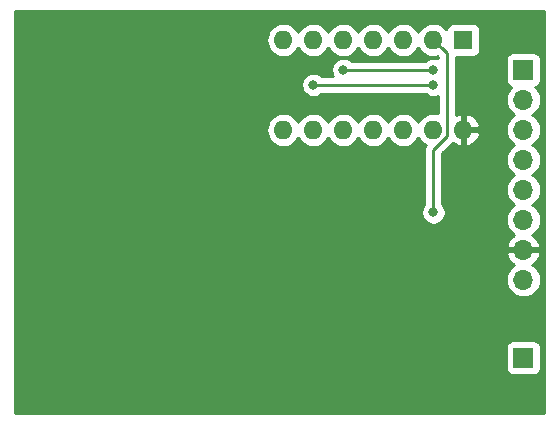
<source format=gbr>
G04 #@! TF.GenerationSoftware,KiCad,Pcbnew,5.1.4*
G04 #@! TF.CreationDate,2019-09-02T21:27:03+02:00*
G04 #@! TF.ProjectId,LORA_ATTINY84,4c4f5241-5f41-4545-9449-4e5938342e6b,rev?*
G04 #@! TF.SameCoordinates,Original*
G04 #@! TF.FileFunction,Copper,L2,Bot*
G04 #@! TF.FilePolarity,Positive*
%FSLAX46Y46*%
G04 Gerber Fmt 4.6, Leading zero omitted, Abs format (unit mm)*
G04 Created by KiCad (PCBNEW 5.1.4) date 2019-09-02 21:27:03*
%MOMM*%
%LPD*%
G04 APERTURE LIST*
%ADD10R,1.700000X1.700000*%
%ADD11O,1.700000X1.700000*%
%ADD12O,1.600000X1.600000*%
%ADD13R,1.600000X1.600000*%
%ADD14C,0.800000*%
%ADD15C,0.250000*%
%ADD16C,0.254000*%
G04 APERTURE END LIST*
D10*
X89535000Y-48895000D03*
D11*
X89535000Y-51435000D03*
X89535000Y-53975000D03*
X89535000Y-56515000D03*
X89535000Y-59055000D03*
X89535000Y-61595000D03*
X89535000Y-64135000D03*
X89535000Y-66675000D03*
D12*
X84455000Y-53975000D03*
X69215000Y-46355000D03*
X81915000Y-53975000D03*
X71755000Y-46355000D03*
X79375000Y-53975000D03*
X74295000Y-46355000D03*
X76835000Y-53975000D03*
X76835000Y-46355000D03*
X74295000Y-53975000D03*
X79375000Y-46355000D03*
X71755000Y-53975000D03*
X81915000Y-46355000D03*
X69215000Y-53975000D03*
D13*
X84455000Y-46355000D03*
D10*
X89535000Y-73279000D03*
D14*
X69850000Y-59690000D03*
X69850000Y-73660000D03*
X83185000Y-71755000D03*
X56515000Y-52705000D03*
X74295000Y-48895000D03*
X81915000Y-48895000D03*
X71755000Y-50165000D03*
X81915000Y-50165000D03*
X81915000Y-60960000D03*
D15*
X74295000Y-48895000D02*
X81915000Y-48895000D01*
X71755000Y-50165000D02*
X81915000Y-50165000D01*
X82714999Y-47154999D02*
X81915000Y-46355000D01*
X83040001Y-47480001D02*
X82714999Y-47154999D01*
X83040001Y-54515001D02*
X83040001Y-47480001D01*
X81915000Y-55640002D02*
X83040001Y-54515001D01*
X81915000Y-60960000D02*
X81915000Y-55640002D01*
D16*
G36*
X91313000Y-77978000D02*
G01*
X46482000Y-77978000D01*
X46482000Y-72429000D01*
X88046928Y-72429000D01*
X88046928Y-74129000D01*
X88059188Y-74253482D01*
X88095498Y-74373180D01*
X88154463Y-74483494D01*
X88233815Y-74580185D01*
X88330506Y-74659537D01*
X88440820Y-74718502D01*
X88560518Y-74754812D01*
X88685000Y-74767072D01*
X90385000Y-74767072D01*
X90509482Y-74754812D01*
X90629180Y-74718502D01*
X90739494Y-74659537D01*
X90836185Y-74580185D01*
X90915537Y-74483494D01*
X90974502Y-74373180D01*
X91010812Y-74253482D01*
X91023072Y-74129000D01*
X91023072Y-72429000D01*
X91010812Y-72304518D01*
X90974502Y-72184820D01*
X90915537Y-72074506D01*
X90836185Y-71977815D01*
X90739494Y-71898463D01*
X90629180Y-71839498D01*
X90509482Y-71803188D01*
X90385000Y-71790928D01*
X88685000Y-71790928D01*
X88560518Y-71803188D01*
X88440820Y-71839498D01*
X88330506Y-71898463D01*
X88233815Y-71977815D01*
X88154463Y-72074506D01*
X88095498Y-72184820D01*
X88059188Y-72304518D01*
X88046928Y-72429000D01*
X46482000Y-72429000D01*
X46482000Y-66675000D01*
X88042815Y-66675000D01*
X88071487Y-66966111D01*
X88156401Y-67246034D01*
X88294294Y-67504014D01*
X88479866Y-67730134D01*
X88705986Y-67915706D01*
X88963966Y-68053599D01*
X89243889Y-68138513D01*
X89462050Y-68160000D01*
X89607950Y-68160000D01*
X89826111Y-68138513D01*
X90106034Y-68053599D01*
X90364014Y-67915706D01*
X90590134Y-67730134D01*
X90775706Y-67504014D01*
X90913599Y-67246034D01*
X90998513Y-66966111D01*
X91027185Y-66675000D01*
X90998513Y-66383889D01*
X90913599Y-66103966D01*
X90775706Y-65845986D01*
X90590134Y-65619866D01*
X90364014Y-65434294D01*
X90299477Y-65399799D01*
X90416355Y-65330178D01*
X90632588Y-65135269D01*
X90806641Y-64901920D01*
X90931825Y-64639099D01*
X90976476Y-64491890D01*
X90855155Y-64262000D01*
X89662000Y-64262000D01*
X89662000Y-64282000D01*
X89408000Y-64282000D01*
X89408000Y-64262000D01*
X88214845Y-64262000D01*
X88093524Y-64491890D01*
X88138175Y-64639099D01*
X88263359Y-64901920D01*
X88437412Y-65135269D01*
X88653645Y-65330178D01*
X88770523Y-65399799D01*
X88705986Y-65434294D01*
X88479866Y-65619866D01*
X88294294Y-65845986D01*
X88156401Y-66103966D01*
X88071487Y-66383889D01*
X88042815Y-66675000D01*
X46482000Y-66675000D01*
X46482000Y-46355000D01*
X67773057Y-46355000D01*
X67800764Y-46636309D01*
X67882818Y-46906808D01*
X68016068Y-47156101D01*
X68195392Y-47374608D01*
X68413899Y-47553932D01*
X68663192Y-47687182D01*
X68933691Y-47769236D01*
X69144508Y-47790000D01*
X69285492Y-47790000D01*
X69496309Y-47769236D01*
X69766808Y-47687182D01*
X70016101Y-47553932D01*
X70234608Y-47374608D01*
X70413932Y-47156101D01*
X70485000Y-47023142D01*
X70556068Y-47156101D01*
X70735392Y-47374608D01*
X70953899Y-47553932D01*
X71203192Y-47687182D01*
X71473691Y-47769236D01*
X71684508Y-47790000D01*
X71825492Y-47790000D01*
X72036309Y-47769236D01*
X72306808Y-47687182D01*
X72556101Y-47553932D01*
X72774608Y-47374608D01*
X72953932Y-47156101D01*
X73025000Y-47023142D01*
X73096068Y-47156101D01*
X73275392Y-47374608D01*
X73493899Y-47553932D01*
X73743192Y-47687182D01*
X74013691Y-47769236D01*
X74224508Y-47790000D01*
X74365492Y-47790000D01*
X74576309Y-47769236D01*
X74846808Y-47687182D01*
X75096101Y-47553932D01*
X75314608Y-47374608D01*
X75493932Y-47156101D01*
X75565000Y-47023142D01*
X75636068Y-47156101D01*
X75815392Y-47374608D01*
X76033899Y-47553932D01*
X76283192Y-47687182D01*
X76553691Y-47769236D01*
X76764508Y-47790000D01*
X76905492Y-47790000D01*
X77116309Y-47769236D01*
X77386808Y-47687182D01*
X77636101Y-47553932D01*
X77854608Y-47374608D01*
X78033932Y-47156101D01*
X78105000Y-47023142D01*
X78176068Y-47156101D01*
X78355392Y-47374608D01*
X78573899Y-47553932D01*
X78823192Y-47687182D01*
X79093691Y-47769236D01*
X79304508Y-47790000D01*
X79445492Y-47790000D01*
X79656309Y-47769236D01*
X79926808Y-47687182D01*
X80176101Y-47553932D01*
X80394608Y-47374608D01*
X80573932Y-47156101D01*
X80645000Y-47023142D01*
X80716068Y-47156101D01*
X80895392Y-47374608D01*
X81113899Y-47553932D01*
X81363192Y-47687182D01*
X81633691Y-47769236D01*
X81844508Y-47790000D01*
X81985492Y-47790000D01*
X82196309Y-47769236D01*
X82240907Y-47755708D01*
X82280002Y-47794803D01*
X82280002Y-47925913D01*
X82216898Y-47899774D01*
X82016939Y-47860000D01*
X81813061Y-47860000D01*
X81613102Y-47899774D01*
X81424744Y-47977795D01*
X81255226Y-48091063D01*
X81211289Y-48135000D01*
X74998711Y-48135000D01*
X74954774Y-48091063D01*
X74785256Y-47977795D01*
X74596898Y-47899774D01*
X74396939Y-47860000D01*
X74193061Y-47860000D01*
X73993102Y-47899774D01*
X73804744Y-47977795D01*
X73635226Y-48091063D01*
X73491063Y-48235226D01*
X73377795Y-48404744D01*
X73299774Y-48593102D01*
X73260000Y-48793061D01*
X73260000Y-48996939D01*
X73299774Y-49196898D01*
X73377795Y-49385256D01*
X73390987Y-49405000D01*
X72458711Y-49405000D01*
X72414774Y-49361063D01*
X72245256Y-49247795D01*
X72056898Y-49169774D01*
X71856939Y-49130000D01*
X71653061Y-49130000D01*
X71453102Y-49169774D01*
X71264744Y-49247795D01*
X71095226Y-49361063D01*
X70951063Y-49505226D01*
X70837795Y-49674744D01*
X70759774Y-49863102D01*
X70720000Y-50063061D01*
X70720000Y-50266939D01*
X70759774Y-50466898D01*
X70837795Y-50655256D01*
X70951063Y-50824774D01*
X71095226Y-50968937D01*
X71264744Y-51082205D01*
X71453102Y-51160226D01*
X71653061Y-51200000D01*
X71856939Y-51200000D01*
X72056898Y-51160226D01*
X72245256Y-51082205D01*
X72414774Y-50968937D01*
X72458711Y-50925000D01*
X81211289Y-50925000D01*
X81255226Y-50968937D01*
X81424744Y-51082205D01*
X81613102Y-51160226D01*
X81813061Y-51200000D01*
X82016939Y-51200000D01*
X82216898Y-51160226D01*
X82280001Y-51134087D01*
X82280001Y-52586151D01*
X82196309Y-52560764D01*
X81985492Y-52540000D01*
X81844508Y-52540000D01*
X81633691Y-52560764D01*
X81363192Y-52642818D01*
X81113899Y-52776068D01*
X80895392Y-52955392D01*
X80716068Y-53173899D01*
X80645000Y-53306858D01*
X80573932Y-53173899D01*
X80394608Y-52955392D01*
X80176101Y-52776068D01*
X79926808Y-52642818D01*
X79656309Y-52560764D01*
X79445492Y-52540000D01*
X79304508Y-52540000D01*
X79093691Y-52560764D01*
X78823192Y-52642818D01*
X78573899Y-52776068D01*
X78355392Y-52955392D01*
X78176068Y-53173899D01*
X78105000Y-53306858D01*
X78033932Y-53173899D01*
X77854608Y-52955392D01*
X77636101Y-52776068D01*
X77386808Y-52642818D01*
X77116309Y-52560764D01*
X76905492Y-52540000D01*
X76764508Y-52540000D01*
X76553691Y-52560764D01*
X76283192Y-52642818D01*
X76033899Y-52776068D01*
X75815392Y-52955392D01*
X75636068Y-53173899D01*
X75565000Y-53306858D01*
X75493932Y-53173899D01*
X75314608Y-52955392D01*
X75096101Y-52776068D01*
X74846808Y-52642818D01*
X74576309Y-52560764D01*
X74365492Y-52540000D01*
X74224508Y-52540000D01*
X74013691Y-52560764D01*
X73743192Y-52642818D01*
X73493899Y-52776068D01*
X73275392Y-52955392D01*
X73096068Y-53173899D01*
X73025000Y-53306858D01*
X72953932Y-53173899D01*
X72774608Y-52955392D01*
X72556101Y-52776068D01*
X72306808Y-52642818D01*
X72036309Y-52560764D01*
X71825492Y-52540000D01*
X71684508Y-52540000D01*
X71473691Y-52560764D01*
X71203192Y-52642818D01*
X70953899Y-52776068D01*
X70735392Y-52955392D01*
X70556068Y-53173899D01*
X70485000Y-53306858D01*
X70413932Y-53173899D01*
X70234608Y-52955392D01*
X70016101Y-52776068D01*
X69766808Y-52642818D01*
X69496309Y-52560764D01*
X69285492Y-52540000D01*
X69144508Y-52540000D01*
X68933691Y-52560764D01*
X68663192Y-52642818D01*
X68413899Y-52776068D01*
X68195392Y-52955392D01*
X68016068Y-53173899D01*
X67882818Y-53423192D01*
X67800764Y-53693691D01*
X67773057Y-53975000D01*
X67800764Y-54256309D01*
X67882818Y-54526808D01*
X68016068Y-54776101D01*
X68195392Y-54994608D01*
X68413899Y-55173932D01*
X68663192Y-55307182D01*
X68933691Y-55389236D01*
X69144508Y-55410000D01*
X69285492Y-55410000D01*
X69496309Y-55389236D01*
X69766808Y-55307182D01*
X70016101Y-55173932D01*
X70234608Y-54994608D01*
X70413932Y-54776101D01*
X70485000Y-54643142D01*
X70556068Y-54776101D01*
X70735392Y-54994608D01*
X70953899Y-55173932D01*
X71203192Y-55307182D01*
X71473691Y-55389236D01*
X71684508Y-55410000D01*
X71825492Y-55410000D01*
X72036309Y-55389236D01*
X72306808Y-55307182D01*
X72556101Y-55173932D01*
X72774608Y-54994608D01*
X72953932Y-54776101D01*
X73025000Y-54643142D01*
X73096068Y-54776101D01*
X73275392Y-54994608D01*
X73493899Y-55173932D01*
X73743192Y-55307182D01*
X74013691Y-55389236D01*
X74224508Y-55410000D01*
X74365492Y-55410000D01*
X74576309Y-55389236D01*
X74846808Y-55307182D01*
X75096101Y-55173932D01*
X75314608Y-54994608D01*
X75493932Y-54776101D01*
X75565000Y-54643142D01*
X75636068Y-54776101D01*
X75815392Y-54994608D01*
X76033899Y-55173932D01*
X76283192Y-55307182D01*
X76553691Y-55389236D01*
X76764508Y-55410000D01*
X76905492Y-55410000D01*
X77116309Y-55389236D01*
X77386808Y-55307182D01*
X77636101Y-55173932D01*
X77854608Y-54994608D01*
X78033932Y-54776101D01*
X78105000Y-54643142D01*
X78176068Y-54776101D01*
X78355392Y-54994608D01*
X78573899Y-55173932D01*
X78823192Y-55307182D01*
X79093691Y-55389236D01*
X79304508Y-55410000D01*
X79445492Y-55410000D01*
X79656309Y-55389236D01*
X79926808Y-55307182D01*
X80176101Y-55173932D01*
X80394608Y-54994608D01*
X80573932Y-54776101D01*
X80645000Y-54643142D01*
X80716068Y-54776101D01*
X80895392Y-54994608D01*
X81113899Y-55173932D01*
X81260485Y-55252284D01*
X81209454Y-55347756D01*
X81181924Y-55438513D01*
X81175407Y-55460000D01*
X81165998Y-55491017D01*
X81151324Y-55640002D01*
X81155001Y-55677334D01*
X81155000Y-60256289D01*
X81111063Y-60300226D01*
X80997795Y-60469744D01*
X80919774Y-60658102D01*
X80880000Y-60858061D01*
X80880000Y-61061939D01*
X80919774Y-61261898D01*
X80997795Y-61450256D01*
X81111063Y-61619774D01*
X81255226Y-61763937D01*
X81424744Y-61877205D01*
X81613102Y-61955226D01*
X81813061Y-61995000D01*
X82016939Y-61995000D01*
X82216898Y-61955226D01*
X82405256Y-61877205D01*
X82574774Y-61763937D01*
X82718937Y-61619774D01*
X82832205Y-61450256D01*
X82910226Y-61261898D01*
X82950000Y-61061939D01*
X82950000Y-60858061D01*
X82910226Y-60658102D01*
X82832205Y-60469744D01*
X82718937Y-60300226D01*
X82675000Y-60256289D01*
X82675000Y-55954803D01*
X83548843Y-55080961D01*
X83717580Y-55206037D01*
X83971913Y-55326246D01*
X84105961Y-55366904D01*
X84328000Y-55244915D01*
X84328000Y-54102000D01*
X84582000Y-54102000D01*
X84582000Y-55244915D01*
X84804039Y-55366904D01*
X84938087Y-55326246D01*
X85192420Y-55206037D01*
X85418414Y-55038519D01*
X85607385Y-54830131D01*
X85752070Y-54588881D01*
X85846909Y-54324040D01*
X85725624Y-54102000D01*
X84582000Y-54102000D01*
X84328000Y-54102000D01*
X84308000Y-54102000D01*
X84308000Y-53848000D01*
X84328000Y-53848000D01*
X84328000Y-52705085D01*
X84582000Y-52705085D01*
X84582000Y-53848000D01*
X85725624Y-53848000D01*
X85846909Y-53625960D01*
X85752070Y-53361119D01*
X85607385Y-53119869D01*
X85418414Y-52911481D01*
X85192420Y-52743963D01*
X84938087Y-52623754D01*
X84804039Y-52583096D01*
X84582000Y-52705085D01*
X84328000Y-52705085D01*
X84105961Y-52583096D01*
X83971913Y-52623754D01*
X83800001Y-52705007D01*
X83800001Y-51435000D01*
X88042815Y-51435000D01*
X88071487Y-51726111D01*
X88156401Y-52006034D01*
X88294294Y-52264014D01*
X88479866Y-52490134D01*
X88705986Y-52675706D01*
X88760791Y-52705000D01*
X88705986Y-52734294D01*
X88479866Y-52919866D01*
X88294294Y-53145986D01*
X88156401Y-53403966D01*
X88071487Y-53683889D01*
X88042815Y-53975000D01*
X88071487Y-54266111D01*
X88156401Y-54546034D01*
X88294294Y-54804014D01*
X88479866Y-55030134D01*
X88705986Y-55215706D01*
X88760791Y-55245000D01*
X88705986Y-55274294D01*
X88479866Y-55459866D01*
X88294294Y-55685986D01*
X88156401Y-55943966D01*
X88071487Y-56223889D01*
X88042815Y-56515000D01*
X88071487Y-56806111D01*
X88156401Y-57086034D01*
X88294294Y-57344014D01*
X88479866Y-57570134D01*
X88705986Y-57755706D01*
X88760791Y-57785000D01*
X88705986Y-57814294D01*
X88479866Y-57999866D01*
X88294294Y-58225986D01*
X88156401Y-58483966D01*
X88071487Y-58763889D01*
X88042815Y-59055000D01*
X88071487Y-59346111D01*
X88156401Y-59626034D01*
X88294294Y-59884014D01*
X88479866Y-60110134D01*
X88705986Y-60295706D01*
X88760791Y-60325000D01*
X88705986Y-60354294D01*
X88479866Y-60539866D01*
X88294294Y-60765986D01*
X88156401Y-61023966D01*
X88071487Y-61303889D01*
X88042815Y-61595000D01*
X88071487Y-61886111D01*
X88156401Y-62166034D01*
X88294294Y-62424014D01*
X88479866Y-62650134D01*
X88705986Y-62835706D01*
X88770523Y-62870201D01*
X88653645Y-62939822D01*
X88437412Y-63134731D01*
X88263359Y-63368080D01*
X88138175Y-63630901D01*
X88093524Y-63778110D01*
X88214845Y-64008000D01*
X89408000Y-64008000D01*
X89408000Y-63988000D01*
X89662000Y-63988000D01*
X89662000Y-64008000D01*
X90855155Y-64008000D01*
X90976476Y-63778110D01*
X90931825Y-63630901D01*
X90806641Y-63368080D01*
X90632588Y-63134731D01*
X90416355Y-62939822D01*
X90299477Y-62870201D01*
X90364014Y-62835706D01*
X90590134Y-62650134D01*
X90775706Y-62424014D01*
X90913599Y-62166034D01*
X90998513Y-61886111D01*
X91027185Y-61595000D01*
X90998513Y-61303889D01*
X90913599Y-61023966D01*
X90775706Y-60765986D01*
X90590134Y-60539866D01*
X90364014Y-60354294D01*
X90309209Y-60325000D01*
X90364014Y-60295706D01*
X90590134Y-60110134D01*
X90775706Y-59884014D01*
X90913599Y-59626034D01*
X90998513Y-59346111D01*
X91027185Y-59055000D01*
X90998513Y-58763889D01*
X90913599Y-58483966D01*
X90775706Y-58225986D01*
X90590134Y-57999866D01*
X90364014Y-57814294D01*
X90309209Y-57785000D01*
X90364014Y-57755706D01*
X90590134Y-57570134D01*
X90775706Y-57344014D01*
X90913599Y-57086034D01*
X90998513Y-56806111D01*
X91027185Y-56515000D01*
X90998513Y-56223889D01*
X90913599Y-55943966D01*
X90775706Y-55685986D01*
X90590134Y-55459866D01*
X90364014Y-55274294D01*
X90309209Y-55245000D01*
X90364014Y-55215706D01*
X90590134Y-55030134D01*
X90775706Y-54804014D01*
X90913599Y-54546034D01*
X90998513Y-54266111D01*
X91027185Y-53975000D01*
X90998513Y-53683889D01*
X90913599Y-53403966D01*
X90775706Y-53145986D01*
X90590134Y-52919866D01*
X90364014Y-52734294D01*
X90309209Y-52705000D01*
X90364014Y-52675706D01*
X90590134Y-52490134D01*
X90775706Y-52264014D01*
X90913599Y-52006034D01*
X90998513Y-51726111D01*
X91027185Y-51435000D01*
X90998513Y-51143889D01*
X90913599Y-50863966D01*
X90775706Y-50605986D01*
X90590134Y-50379866D01*
X90560313Y-50355393D01*
X90629180Y-50334502D01*
X90739494Y-50275537D01*
X90836185Y-50196185D01*
X90915537Y-50099494D01*
X90974502Y-49989180D01*
X91010812Y-49869482D01*
X91023072Y-49745000D01*
X91023072Y-48045000D01*
X91010812Y-47920518D01*
X90974502Y-47800820D01*
X90915537Y-47690506D01*
X90836185Y-47593815D01*
X90739494Y-47514463D01*
X90629180Y-47455498D01*
X90509482Y-47419188D01*
X90385000Y-47406928D01*
X88685000Y-47406928D01*
X88560518Y-47419188D01*
X88440820Y-47455498D01*
X88330506Y-47514463D01*
X88233815Y-47593815D01*
X88154463Y-47690506D01*
X88095498Y-47800820D01*
X88059188Y-47920518D01*
X88046928Y-48045000D01*
X88046928Y-49745000D01*
X88059188Y-49869482D01*
X88095498Y-49989180D01*
X88154463Y-50099494D01*
X88233815Y-50196185D01*
X88330506Y-50275537D01*
X88440820Y-50334502D01*
X88509687Y-50355393D01*
X88479866Y-50379866D01*
X88294294Y-50605986D01*
X88156401Y-50863966D01*
X88071487Y-51143889D01*
X88042815Y-51435000D01*
X83800001Y-51435000D01*
X83800001Y-47793072D01*
X85255000Y-47793072D01*
X85379482Y-47780812D01*
X85499180Y-47744502D01*
X85609494Y-47685537D01*
X85706185Y-47606185D01*
X85785537Y-47509494D01*
X85844502Y-47399180D01*
X85880812Y-47279482D01*
X85893072Y-47155000D01*
X85893072Y-45555000D01*
X85880812Y-45430518D01*
X85844502Y-45310820D01*
X85785537Y-45200506D01*
X85706185Y-45103815D01*
X85609494Y-45024463D01*
X85499180Y-44965498D01*
X85379482Y-44929188D01*
X85255000Y-44916928D01*
X83655000Y-44916928D01*
X83530518Y-44929188D01*
X83410820Y-44965498D01*
X83300506Y-45024463D01*
X83203815Y-45103815D01*
X83124463Y-45200506D01*
X83065498Y-45310820D01*
X83029188Y-45430518D01*
X83027419Y-45448482D01*
X82934608Y-45335392D01*
X82716101Y-45156068D01*
X82466808Y-45022818D01*
X82196309Y-44940764D01*
X81985492Y-44920000D01*
X81844508Y-44920000D01*
X81633691Y-44940764D01*
X81363192Y-45022818D01*
X81113899Y-45156068D01*
X80895392Y-45335392D01*
X80716068Y-45553899D01*
X80645000Y-45686858D01*
X80573932Y-45553899D01*
X80394608Y-45335392D01*
X80176101Y-45156068D01*
X79926808Y-45022818D01*
X79656309Y-44940764D01*
X79445492Y-44920000D01*
X79304508Y-44920000D01*
X79093691Y-44940764D01*
X78823192Y-45022818D01*
X78573899Y-45156068D01*
X78355392Y-45335392D01*
X78176068Y-45553899D01*
X78105000Y-45686858D01*
X78033932Y-45553899D01*
X77854608Y-45335392D01*
X77636101Y-45156068D01*
X77386808Y-45022818D01*
X77116309Y-44940764D01*
X76905492Y-44920000D01*
X76764508Y-44920000D01*
X76553691Y-44940764D01*
X76283192Y-45022818D01*
X76033899Y-45156068D01*
X75815392Y-45335392D01*
X75636068Y-45553899D01*
X75565000Y-45686858D01*
X75493932Y-45553899D01*
X75314608Y-45335392D01*
X75096101Y-45156068D01*
X74846808Y-45022818D01*
X74576309Y-44940764D01*
X74365492Y-44920000D01*
X74224508Y-44920000D01*
X74013691Y-44940764D01*
X73743192Y-45022818D01*
X73493899Y-45156068D01*
X73275392Y-45335392D01*
X73096068Y-45553899D01*
X73025000Y-45686858D01*
X72953932Y-45553899D01*
X72774608Y-45335392D01*
X72556101Y-45156068D01*
X72306808Y-45022818D01*
X72036309Y-44940764D01*
X71825492Y-44920000D01*
X71684508Y-44920000D01*
X71473691Y-44940764D01*
X71203192Y-45022818D01*
X70953899Y-45156068D01*
X70735392Y-45335392D01*
X70556068Y-45553899D01*
X70485000Y-45686858D01*
X70413932Y-45553899D01*
X70234608Y-45335392D01*
X70016101Y-45156068D01*
X69766808Y-45022818D01*
X69496309Y-44940764D01*
X69285492Y-44920000D01*
X69144508Y-44920000D01*
X68933691Y-44940764D01*
X68663192Y-45022818D01*
X68413899Y-45156068D01*
X68195392Y-45335392D01*
X68016068Y-45553899D01*
X67882818Y-45803192D01*
X67800764Y-46073691D01*
X67773057Y-46355000D01*
X46482000Y-46355000D01*
X46482000Y-43942000D01*
X91313000Y-43942000D01*
X91313000Y-77978000D01*
X91313000Y-77978000D01*
G37*
X91313000Y-77978000D02*
X46482000Y-77978000D01*
X46482000Y-72429000D01*
X88046928Y-72429000D01*
X88046928Y-74129000D01*
X88059188Y-74253482D01*
X88095498Y-74373180D01*
X88154463Y-74483494D01*
X88233815Y-74580185D01*
X88330506Y-74659537D01*
X88440820Y-74718502D01*
X88560518Y-74754812D01*
X88685000Y-74767072D01*
X90385000Y-74767072D01*
X90509482Y-74754812D01*
X90629180Y-74718502D01*
X90739494Y-74659537D01*
X90836185Y-74580185D01*
X90915537Y-74483494D01*
X90974502Y-74373180D01*
X91010812Y-74253482D01*
X91023072Y-74129000D01*
X91023072Y-72429000D01*
X91010812Y-72304518D01*
X90974502Y-72184820D01*
X90915537Y-72074506D01*
X90836185Y-71977815D01*
X90739494Y-71898463D01*
X90629180Y-71839498D01*
X90509482Y-71803188D01*
X90385000Y-71790928D01*
X88685000Y-71790928D01*
X88560518Y-71803188D01*
X88440820Y-71839498D01*
X88330506Y-71898463D01*
X88233815Y-71977815D01*
X88154463Y-72074506D01*
X88095498Y-72184820D01*
X88059188Y-72304518D01*
X88046928Y-72429000D01*
X46482000Y-72429000D01*
X46482000Y-66675000D01*
X88042815Y-66675000D01*
X88071487Y-66966111D01*
X88156401Y-67246034D01*
X88294294Y-67504014D01*
X88479866Y-67730134D01*
X88705986Y-67915706D01*
X88963966Y-68053599D01*
X89243889Y-68138513D01*
X89462050Y-68160000D01*
X89607950Y-68160000D01*
X89826111Y-68138513D01*
X90106034Y-68053599D01*
X90364014Y-67915706D01*
X90590134Y-67730134D01*
X90775706Y-67504014D01*
X90913599Y-67246034D01*
X90998513Y-66966111D01*
X91027185Y-66675000D01*
X90998513Y-66383889D01*
X90913599Y-66103966D01*
X90775706Y-65845986D01*
X90590134Y-65619866D01*
X90364014Y-65434294D01*
X90299477Y-65399799D01*
X90416355Y-65330178D01*
X90632588Y-65135269D01*
X90806641Y-64901920D01*
X90931825Y-64639099D01*
X90976476Y-64491890D01*
X90855155Y-64262000D01*
X89662000Y-64262000D01*
X89662000Y-64282000D01*
X89408000Y-64282000D01*
X89408000Y-64262000D01*
X88214845Y-64262000D01*
X88093524Y-64491890D01*
X88138175Y-64639099D01*
X88263359Y-64901920D01*
X88437412Y-65135269D01*
X88653645Y-65330178D01*
X88770523Y-65399799D01*
X88705986Y-65434294D01*
X88479866Y-65619866D01*
X88294294Y-65845986D01*
X88156401Y-66103966D01*
X88071487Y-66383889D01*
X88042815Y-66675000D01*
X46482000Y-66675000D01*
X46482000Y-46355000D01*
X67773057Y-46355000D01*
X67800764Y-46636309D01*
X67882818Y-46906808D01*
X68016068Y-47156101D01*
X68195392Y-47374608D01*
X68413899Y-47553932D01*
X68663192Y-47687182D01*
X68933691Y-47769236D01*
X69144508Y-47790000D01*
X69285492Y-47790000D01*
X69496309Y-47769236D01*
X69766808Y-47687182D01*
X70016101Y-47553932D01*
X70234608Y-47374608D01*
X70413932Y-47156101D01*
X70485000Y-47023142D01*
X70556068Y-47156101D01*
X70735392Y-47374608D01*
X70953899Y-47553932D01*
X71203192Y-47687182D01*
X71473691Y-47769236D01*
X71684508Y-47790000D01*
X71825492Y-47790000D01*
X72036309Y-47769236D01*
X72306808Y-47687182D01*
X72556101Y-47553932D01*
X72774608Y-47374608D01*
X72953932Y-47156101D01*
X73025000Y-47023142D01*
X73096068Y-47156101D01*
X73275392Y-47374608D01*
X73493899Y-47553932D01*
X73743192Y-47687182D01*
X74013691Y-47769236D01*
X74224508Y-47790000D01*
X74365492Y-47790000D01*
X74576309Y-47769236D01*
X74846808Y-47687182D01*
X75096101Y-47553932D01*
X75314608Y-47374608D01*
X75493932Y-47156101D01*
X75565000Y-47023142D01*
X75636068Y-47156101D01*
X75815392Y-47374608D01*
X76033899Y-47553932D01*
X76283192Y-47687182D01*
X76553691Y-47769236D01*
X76764508Y-47790000D01*
X76905492Y-47790000D01*
X77116309Y-47769236D01*
X77386808Y-47687182D01*
X77636101Y-47553932D01*
X77854608Y-47374608D01*
X78033932Y-47156101D01*
X78105000Y-47023142D01*
X78176068Y-47156101D01*
X78355392Y-47374608D01*
X78573899Y-47553932D01*
X78823192Y-47687182D01*
X79093691Y-47769236D01*
X79304508Y-47790000D01*
X79445492Y-47790000D01*
X79656309Y-47769236D01*
X79926808Y-47687182D01*
X80176101Y-47553932D01*
X80394608Y-47374608D01*
X80573932Y-47156101D01*
X80645000Y-47023142D01*
X80716068Y-47156101D01*
X80895392Y-47374608D01*
X81113899Y-47553932D01*
X81363192Y-47687182D01*
X81633691Y-47769236D01*
X81844508Y-47790000D01*
X81985492Y-47790000D01*
X82196309Y-47769236D01*
X82240907Y-47755708D01*
X82280002Y-47794803D01*
X82280002Y-47925913D01*
X82216898Y-47899774D01*
X82016939Y-47860000D01*
X81813061Y-47860000D01*
X81613102Y-47899774D01*
X81424744Y-47977795D01*
X81255226Y-48091063D01*
X81211289Y-48135000D01*
X74998711Y-48135000D01*
X74954774Y-48091063D01*
X74785256Y-47977795D01*
X74596898Y-47899774D01*
X74396939Y-47860000D01*
X74193061Y-47860000D01*
X73993102Y-47899774D01*
X73804744Y-47977795D01*
X73635226Y-48091063D01*
X73491063Y-48235226D01*
X73377795Y-48404744D01*
X73299774Y-48593102D01*
X73260000Y-48793061D01*
X73260000Y-48996939D01*
X73299774Y-49196898D01*
X73377795Y-49385256D01*
X73390987Y-49405000D01*
X72458711Y-49405000D01*
X72414774Y-49361063D01*
X72245256Y-49247795D01*
X72056898Y-49169774D01*
X71856939Y-49130000D01*
X71653061Y-49130000D01*
X71453102Y-49169774D01*
X71264744Y-49247795D01*
X71095226Y-49361063D01*
X70951063Y-49505226D01*
X70837795Y-49674744D01*
X70759774Y-49863102D01*
X70720000Y-50063061D01*
X70720000Y-50266939D01*
X70759774Y-50466898D01*
X70837795Y-50655256D01*
X70951063Y-50824774D01*
X71095226Y-50968937D01*
X71264744Y-51082205D01*
X71453102Y-51160226D01*
X71653061Y-51200000D01*
X71856939Y-51200000D01*
X72056898Y-51160226D01*
X72245256Y-51082205D01*
X72414774Y-50968937D01*
X72458711Y-50925000D01*
X81211289Y-50925000D01*
X81255226Y-50968937D01*
X81424744Y-51082205D01*
X81613102Y-51160226D01*
X81813061Y-51200000D01*
X82016939Y-51200000D01*
X82216898Y-51160226D01*
X82280001Y-51134087D01*
X82280001Y-52586151D01*
X82196309Y-52560764D01*
X81985492Y-52540000D01*
X81844508Y-52540000D01*
X81633691Y-52560764D01*
X81363192Y-52642818D01*
X81113899Y-52776068D01*
X80895392Y-52955392D01*
X80716068Y-53173899D01*
X80645000Y-53306858D01*
X80573932Y-53173899D01*
X80394608Y-52955392D01*
X80176101Y-52776068D01*
X79926808Y-52642818D01*
X79656309Y-52560764D01*
X79445492Y-52540000D01*
X79304508Y-52540000D01*
X79093691Y-52560764D01*
X78823192Y-52642818D01*
X78573899Y-52776068D01*
X78355392Y-52955392D01*
X78176068Y-53173899D01*
X78105000Y-53306858D01*
X78033932Y-53173899D01*
X77854608Y-52955392D01*
X77636101Y-52776068D01*
X77386808Y-52642818D01*
X77116309Y-52560764D01*
X76905492Y-52540000D01*
X76764508Y-52540000D01*
X76553691Y-52560764D01*
X76283192Y-52642818D01*
X76033899Y-52776068D01*
X75815392Y-52955392D01*
X75636068Y-53173899D01*
X75565000Y-53306858D01*
X75493932Y-53173899D01*
X75314608Y-52955392D01*
X75096101Y-52776068D01*
X74846808Y-52642818D01*
X74576309Y-52560764D01*
X74365492Y-52540000D01*
X74224508Y-52540000D01*
X74013691Y-52560764D01*
X73743192Y-52642818D01*
X73493899Y-52776068D01*
X73275392Y-52955392D01*
X73096068Y-53173899D01*
X73025000Y-53306858D01*
X72953932Y-53173899D01*
X72774608Y-52955392D01*
X72556101Y-52776068D01*
X72306808Y-52642818D01*
X72036309Y-52560764D01*
X71825492Y-52540000D01*
X71684508Y-52540000D01*
X71473691Y-52560764D01*
X71203192Y-52642818D01*
X70953899Y-52776068D01*
X70735392Y-52955392D01*
X70556068Y-53173899D01*
X70485000Y-53306858D01*
X70413932Y-53173899D01*
X70234608Y-52955392D01*
X70016101Y-52776068D01*
X69766808Y-52642818D01*
X69496309Y-52560764D01*
X69285492Y-52540000D01*
X69144508Y-52540000D01*
X68933691Y-52560764D01*
X68663192Y-52642818D01*
X68413899Y-52776068D01*
X68195392Y-52955392D01*
X68016068Y-53173899D01*
X67882818Y-53423192D01*
X67800764Y-53693691D01*
X67773057Y-53975000D01*
X67800764Y-54256309D01*
X67882818Y-54526808D01*
X68016068Y-54776101D01*
X68195392Y-54994608D01*
X68413899Y-55173932D01*
X68663192Y-55307182D01*
X68933691Y-55389236D01*
X69144508Y-55410000D01*
X69285492Y-55410000D01*
X69496309Y-55389236D01*
X69766808Y-55307182D01*
X70016101Y-55173932D01*
X70234608Y-54994608D01*
X70413932Y-54776101D01*
X70485000Y-54643142D01*
X70556068Y-54776101D01*
X70735392Y-54994608D01*
X70953899Y-55173932D01*
X71203192Y-55307182D01*
X71473691Y-55389236D01*
X71684508Y-55410000D01*
X71825492Y-55410000D01*
X72036309Y-55389236D01*
X72306808Y-55307182D01*
X72556101Y-55173932D01*
X72774608Y-54994608D01*
X72953932Y-54776101D01*
X73025000Y-54643142D01*
X73096068Y-54776101D01*
X73275392Y-54994608D01*
X73493899Y-55173932D01*
X73743192Y-55307182D01*
X74013691Y-55389236D01*
X74224508Y-55410000D01*
X74365492Y-55410000D01*
X74576309Y-55389236D01*
X74846808Y-55307182D01*
X75096101Y-55173932D01*
X75314608Y-54994608D01*
X75493932Y-54776101D01*
X75565000Y-54643142D01*
X75636068Y-54776101D01*
X75815392Y-54994608D01*
X76033899Y-55173932D01*
X76283192Y-55307182D01*
X76553691Y-55389236D01*
X76764508Y-55410000D01*
X76905492Y-55410000D01*
X77116309Y-55389236D01*
X77386808Y-55307182D01*
X77636101Y-55173932D01*
X77854608Y-54994608D01*
X78033932Y-54776101D01*
X78105000Y-54643142D01*
X78176068Y-54776101D01*
X78355392Y-54994608D01*
X78573899Y-55173932D01*
X78823192Y-55307182D01*
X79093691Y-55389236D01*
X79304508Y-55410000D01*
X79445492Y-55410000D01*
X79656309Y-55389236D01*
X79926808Y-55307182D01*
X80176101Y-55173932D01*
X80394608Y-54994608D01*
X80573932Y-54776101D01*
X80645000Y-54643142D01*
X80716068Y-54776101D01*
X80895392Y-54994608D01*
X81113899Y-55173932D01*
X81260485Y-55252284D01*
X81209454Y-55347756D01*
X81181924Y-55438513D01*
X81175407Y-55460000D01*
X81165998Y-55491017D01*
X81151324Y-55640002D01*
X81155001Y-55677334D01*
X81155000Y-60256289D01*
X81111063Y-60300226D01*
X80997795Y-60469744D01*
X80919774Y-60658102D01*
X80880000Y-60858061D01*
X80880000Y-61061939D01*
X80919774Y-61261898D01*
X80997795Y-61450256D01*
X81111063Y-61619774D01*
X81255226Y-61763937D01*
X81424744Y-61877205D01*
X81613102Y-61955226D01*
X81813061Y-61995000D01*
X82016939Y-61995000D01*
X82216898Y-61955226D01*
X82405256Y-61877205D01*
X82574774Y-61763937D01*
X82718937Y-61619774D01*
X82832205Y-61450256D01*
X82910226Y-61261898D01*
X82950000Y-61061939D01*
X82950000Y-60858061D01*
X82910226Y-60658102D01*
X82832205Y-60469744D01*
X82718937Y-60300226D01*
X82675000Y-60256289D01*
X82675000Y-55954803D01*
X83548843Y-55080961D01*
X83717580Y-55206037D01*
X83971913Y-55326246D01*
X84105961Y-55366904D01*
X84328000Y-55244915D01*
X84328000Y-54102000D01*
X84582000Y-54102000D01*
X84582000Y-55244915D01*
X84804039Y-55366904D01*
X84938087Y-55326246D01*
X85192420Y-55206037D01*
X85418414Y-55038519D01*
X85607385Y-54830131D01*
X85752070Y-54588881D01*
X85846909Y-54324040D01*
X85725624Y-54102000D01*
X84582000Y-54102000D01*
X84328000Y-54102000D01*
X84308000Y-54102000D01*
X84308000Y-53848000D01*
X84328000Y-53848000D01*
X84328000Y-52705085D01*
X84582000Y-52705085D01*
X84582000Y-53848000D01*
X85725624Y-53848000D01*
X85846909Y-53625960D01*
X85752070Y-53361119D01*
X85607385Y-53119869D01*
X85418414Y-52911481D01*
X85192420Y-52743963D01*
X84938087Y-52623754D01*
X84804039Y-52583096D01*
X84582000Y-52705085D01*
X84328000Y-52705085D01*
X84105961Y-52583096D01*
X83971913Y-52623754D01*
X83800001Y-52705007D01*
X83800001Y-51435000D01*
X88042815Y-51435000D01*
X88071487Y-51726111D01*
X88156401Y-52006034D01*
X88294294Y-52264014D01*
X88479866Y-52490134D01*
X88705986Y-52675706D01*
X88760791Y-52705000D01*
X88705986Y-52734294D01*
X88479866Y-52919866D01*
X88294294Y-53145986D01*
X88156401Y-53403966D01*
X88071487Y-53683889D01*
X88042815Y-53975000D01*
X88071487Y-54266111D01*
X88156401Y-54546034D01*
X88294294Y-54804014D01*
X88479866Y-55030134D01*
X88705986Y-55215706D01*
X88760791Y-55245000D01*
X88705986Y-55274294D01*
X88479866Y-55459866D01*
X88294294Y-55685986D01*
X88156401Y-55943966D01*
X88071487Y-56223889D01*
X88042815Y-56515000D01*
X88071487Y-56806111D01*
X88156401Y-57086034D01*
X88294294Y-57344014D01*
X88479866Y-57570134D01*
X88705986Y-57755706D01*
X88760791Y-57785000D01*
X88705986Y-57814294D01*
X88479866Y-57999866D01*
X88294294Y-58225986D01*
X88156401Y-58483966D01*
X88071487Y-58763889D01*
X88042815Y-59055000D01*
X88071487Y-59346111D01*
X88156401Y-59626034D01*
X88294294Y-59884014D01*
X88479866Y-60110134D01*
X88705986Y-60295706D01*
X88760791Y-60325000D01*
X88705986Y-60354294D01*
X88479866Y-60539866D01*
X88294294Y-60765986D01*
X88156401Y-61023966D01*
X88071487Y-61303889D01*
X88042815Y-61595000D01*
X88071487Y-61886111D01*
X88156401Y-62166034D01*
X88294294Y-62424014D01*
X88479866Y-62650134D01*
X88705986Y-62835706D01*
X88770523Y-62870201D01*
X88653645Y-62939822D01*
X88437412Y-63134731D01*
X88263359Y-63368080D01*
X88138175Y-63630901D01*
X88093524Y-63778110D01*
X88214845Y-64008000D01*
X89408000Y-64008000D01*
X89408000Y-63988000D01*
X89662000Y-63988000D01*
X89662000Y-64008000D01*
X90855155Y-64008000D01*
X90976476Y-63778110D01*
X90931825Y-63630901D01*
X90806641Y-63368080D01*
X90632588Y-63134731D01*
X90416355Y-62939822D01*
X90299477Y-62870201D01*
X90364014Y-62835706D01*
X90590134Y-62650134D01*
X90775706Y-62424014D01*
X90913599Y-62166034D01*
X90998513Y-61886111D01*
X91027185Y-61595000D01*
X90998513Y-61303889D01*
X90913599Y-61023966D01*
X90775706Y-60765986D01*
X90590134Y-60539866D01*
X90364014Y-60354294D01*
X90309209Y-60325000D01*
X90364014Y-60295706D01*
X90590134Y-60110134D01*
X90775706Y-59884014D01*
X90913599Y-59626034D01*
X90998513Y-59346111D01*
X91027185Y-59055000D01*
X90998513Y-58763889D01*
X90913599Y-58483966D01*
X90775706Y-58225986D01*
X90590134Y-57999866D01*
X90364014Y-57814294D01*
X90309209Y-57785000D01*
X90364014Y-57755706D01*
X90590134Y-57570134D01*
X90775706Y-57344014D01*
X90913599Y-57086034D01*
X90998513Y-56806111D01*
X91027185Y-56515000D01*
X90998513Y-56223889D01*
X90913599Y-55943966D01*
X90775706Y-55685986D01*
X90590134Y-55459866D01*
X90364014Y-55274294D01*
X90309209Y-55245000D01*
X90364014Y-55215706D01*
X90590134Y-55030134D01*
X90775706Y-54804014D01*
X90913599Y-54546034D01*
X90998513Y-54266111D01*
X91027185Y-53975000D01*
X90998513Y-53683889D01*
X90913599Y-53403966D01*
X90775706Y-53145986D01*
X90590134Y-52919866D01*
X90364014Y-52734294D01*
X90309209Y-52705000D01*
X90364014Y-52675706D01*
X90590134Y-52490134D01*
X90775706Y-52264014D01*
X90913599Y-52006034D01*
X90998513Y-51726111D01*
X91027185Y-51435000D01*
X90998513Y-51143889D01*
X90913599Y-50863966D01*
X90775706Y-50605986D01*
X90590134Y-50379866D01*
X90560313Y-50355393D01*
X90629180Y-50334502D01*
X90739494Y-50275537D01*
X90836185Y-50196185D01*
X90915537Y-50099494D01*
X90974502Y-49989180D01*
X91010812Y-49869482D01*
X91023072Y-49745000D01*
X91023072Y-48045000D01*
X91010812Y-47920518D01*
X90974502Y-47800820D01*
X90915537Y-47690506D01*
X90836185Y-47593815D01*
X90739494Y-47514463D01*
X90629180Y-47455498D01*
X90509482Y-47419188D01*
X90385000Y-47406928D01*
X88685000Y-47406928D01*
X88560518Y-47419188D01*
X88440820Y-47455498D01*
X88330506Y-47514463D01*
X88233815Y-47593815D01*
X88154463Y-47690506D01*
X88095498Y-47800820D01*
X88059188Y-47920518D01*
X88046928Y-48045000D01*
X88046928Y-49745000D01*
X88059188Y-49869482D01*
X88095498Y-49989180D01*
X88154463Y-50099494D01*
X88233815Y-50196185D01*
X88330506Y-50275537D01*
X88440820Y-50334502D01*
X88509687Y-50355393D01*
X88479866Y-50379866D01*
X88294294Y-50605986D01*
X88156401Y-50863966D01*
X88071487Y-51143889D01*
X88042815Y-51435000D01*
X83800001Y-51435000D01*
X83800001Y-47793072D01*
X85255000Y-47793072D01*
X85379482Y-47780812D01*
X85499180Y-47744502D01*
X85609494Y-47685537D01*
X85706185Y-47606185D01*
X85785537Y-47509494D01*
X85844502Y-47399180D01*
X85880812Y-47279482D01*
X85893072Y-47155000D01*
X85893072Y-45555000D01*
X85880812Y-45430518D01*
X85844502Y-45310820D01*
X85785537Y-45200506D01*
X85706185Y-45103815D01*
X85609494Y-45024463D01*
X85499180Y-44965498D01*
X85379482Y-44929188D01*
X85255000Y-44916928D01*
X83655000Y-44916928D01*
X83530518Y-44929188D01*
X83410820Y-44965498D01*
X83300506Y-45024463D01*
X83203815Y-45103815D01*
X83124463Y-45200506D01*
X83065498Y-45310820D01*
X83029188Y-45430518D01*
X83027419Y-45448482D01*
X82934608Y-45335392D01*
X82716101Y-45156068D01*
X82466808Y-45022818D01*
X82196309Y-44940764D01*
X81985492Y-44920000D01*
X81844508Y-44920000D01*
X81633691Y-44940764D01*
X81363192Y-45022818D01*
X81113899Y-45156068D01*
X80895392Y-45335392D01*
X80716068Y-45553899D01*
X80645000Y-45686858D01*
X80573932Y-45553899D01*
X80394608Y-45335392D01*
X80176101Y-45156068D01*
X79926808Y-45022818D01*
X79656309Y-44940764D01*
X79445492Y-44920000D01*
X79304508Y-44920000D01*
X79093691Y-44940764D01*
X78823192Y-45022818D01*
X78573899Y-45156068D01*
X78355392Y-45335392D01*
X78176068Y-45553899D01*
X78105000Y-45686858D01*
X78033932Y-45553899D01*
X77854608Y-45335392D01*
X77636101Y-45156068D01*
X77386808Y-45022818D01*
X77116309Y-44940764D01*
X76905492Y-44920000D01*
X76764508Y-44920000D01*
X76553691Y-44940764D01*
X76283192Y-45022818D01*
X76033899Y-45156068D01*
X75815392Y-45335392D01*
X75636068Y-45553899D01*
X75565000Y-45686858D01*
X75493932Y-45553899D01*
X75314608Y-45335392D01*
X75096101Y-45156068D01*
X74846808Y-45022818D01*
X74576309Y-44940764D01*
X74365492Y-44920000D01*
X74224508Y-44920000D01*
X74013691Y-44940764D01*
X73743192Y-45022818D01*
X73493899Y-45156068D01*
X73275392Y-45335392D01*
X73096068Y-45553899D01*
X73025000Y-45686858D01*
X72953932Y-45553899D01*
X72774608Y-45335392D01*
X72556101Y-45156068D01*
X72306808Y-45022818D01*
X72036309Y-44940764D01*
X71825492Y-44920000D01*
X71684508Y-44920000D01*
X71473691Y-44940764D01*
X71203192Y-45022818D01*
X70953899Y-45156068D01*
X70735392Y-45335392D01*
X70556068Y-45553899D01*
X70485000Y-45686858D01*
X70413932Y-45553899D01*
X70234608Y-45335392D01*
X70016101Y-45156068D01*
X69766808Y-45022818D01*
X69496309Y-44940764D01*
X69285492Y-44920000D01*
X69144508Y-44920000D01*
X68933691Y-44940764D01*
X68663192Y-45022818D01*
X68413899Y-45156068D01*
X68195392Y-45335392D01*
X68016068Y-45553899D01*
X67882818Y-45803192D01*
X67800764Y-46073691D01*
X67773057Y-46355000D01*
X46482000Y-46355000D01*
X46482000Y-43942000D01*
X91313000Y-43942000D01*
X91313000Y-77978000D01*
M02*

</source>
